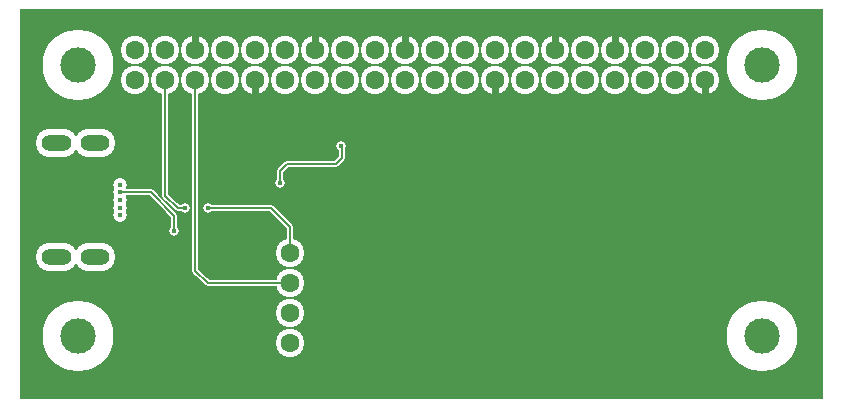
<source format=gbr>
%FSLAX34Y34*%
%MOMM*%
%LNSILK_TOP*%
G71*
G01*
%ADD10C, 6.00*%
%ADD11C, 2.40*%
%ADD12C, 1.20*%
%ADD13C, 0.80*%
%ADD14C, 0.55*%
%ADD15C, 0.53*%
%ADD16C, 3.00*%
%ADD17C, 1.60*%
%ADD18C, 1.40*%
%ADD19C, 0.40*%
%ADD20C, 0.15*%
%LPD*%
G36*
X0Y1000000D02*
X680000Y1000000D01*
X680000Y670000D01*
X0Y670000D01*
X0Y1000000D01*
G37*
%LPC*%
X48816Y953294D02*
G54D10*
D03*
X628253Y723900D02*
G54D10*
D03*
X48816Y723900D02*
G54D10*
D03*
X628253Y953294D02*
G54D10*
D03*
X580231Y965994D02*
G54D11*
D03*
X580230Y940590D02*
G54D11*
D03*
X554831Y965994D02*
G54D11*
D03*
X554831Y940594D02*
G54D11*
D03*
X529431Y965994D02*
G54D11*
D03*
X529431Y940594D02*
G54D11*
D03*
X504030Y965990D02*
G54D11*
D03*
X504031Y940594D02*
G54D11*
D03*
X478631Y965994D02*
G54D11*
D03*
X478631Y940594D02*
G54D11*
D03*
X453230Y965990D02*
G54D11*
D03*
X453231Y940594D02*
G54D11*
D03*
X427831Y965994D02*
G54D11*
D03*
X427831Y940594D02*
G54D11*
D03*
X402431Y965994D02*
G54D11*
D03*
X402430Y940590D02*
G54D11*
D03*
X377031Y965994D02*
G54D11*
D03*
X377031Y940594D02*
G54D11*
D03*
X351631Y965994D02*
G54D11*
D03*
X351631Y940594D02*
G54D11*
D03*
X326230Y965990D02*
G54D11*
D03*
X326231Y940594D02*
G54D11*
D03*
X300831Y965994D02*
G54D11*
D03*
X300831Y940594D02*
G54D11*
D03*
X275431Y965994D02*
G54D11*
D03*
X275431Y940594D02*
G54D11*
D03*
X250030Y965990D02*
G54D11*
D03*
X250031Y940594D02*
G54D11*
D03*
X224631Y965994D02*
G54D11*
D03*
X224631Y940594D02*
G54D11*
D03*
X199231Y965994D02*
G54D11*
D03*
X199230Y940590D02*
G54D11*
D03*
X173831Y965994D02*
G54D11*
D03*
X173831Y940594D02*
G54D11*
D03*
X148430Y965990D02*
G54D11*
D03*
X123031Y965994D02*
G54D11*
D03*
X97631Y965994D02*
G54D11*
D03*
X148431Y940594D02*
G54D11*
D03*
X123031Y940594D02*
G54D11*
D03*
X97631Y940594D02*
G54D11*
D03*
X35926Y886972D02*
G54D11*
D03*
X35529Y886972D02*
G54D11*
D03*
X35132Y886972D02*
G54D11*
D03*
X34735Y886972D02*
G54D11*
D03*
X34338Y886972D02*
G54D11*
D03*
X33941Y886972D02*
G54D11*
D03*
X33544Y886972D02*
G54D11*
D03*
X33147Y886972D02*
G54D11*
D03*
X32750Y886972D02*
G54D11*
D03*
X32354Y886972D02*
G54D11*
D03*
X31957Y886972D02*
G54D11*
D03*
X31560Y886972D02*
G54D11*
D03*
X31163Y886972D02*
G54D11*
D03*
X30766Y886972D02*
G54D11*
D03*
X30369Y886972D02*
G54D11*
D03*
X29972Y886972D02*
G54D11*
D03*
X29972Y886972D02*
G54D11*
D03*
X29576Y886972D02*
G54D11*
D03*
X29179Y886972D02*
G54D11*
D03*
X28782Y886972D02*
G54D11*
D03*
X28385Y886972D02*
G54D11*
D03*
X27988Y886972D02*
G54D11*
D03*
X27591Y886972D02*
G54D11*
D03*
X27194Y886972D02*
G54D11*
D03*
X26797Y886972D02*
G54D11*
D03*
X26400Y886972D02*
G54D11*
D03*
X26004Y886972D02*
G54D11*
D03*
X25607Y886972D02*
G54D11*
D03*
X25210Y886972D02*
G54D11*
D03*
X68866Y790134D02*
G54D11*
D03*
X68469Y790134D02*
G54D11*
D03*
X68072Y790134D02*
G54D11*
D03*
X67676Y790134D02*
G54D11*
D03*
X67279Y790134D02*
G54D11*
D03*
X66882Y790134D02*
G54D11*
D03*
X66485Y790134D02*
G54D11*
D03*
X66088Y790134D02*
G54D11*
D03*
X65691Y790134D02*
G54D11*
D03*
X65294Y790134D02*
G54D11*
D03*
X64897Y790134D02*
G54D11*
D03*
X64500Y790134D02*
G54D11*
D03*
X64104Y790134D02*
G54D11*
D03*
X63707Y790134D02*
G54D11*
D03*
X63310Y790134D02*
G54D11*
D03*
X62913Y790134D02*
G54D11*
D03*
X62913Y790134D02*
G54D11*
D03*
X62516Y790134D02*
G54D11*
D03*
X62119Y790134D02*
G54D11*
D03*
X61722Y790134D02*
G54D11*
D03*
X61326Y790134D02*
G54D11*
D03*
X60929Y790134D02*
G54D11*
D03*
X60532Y790134D02*
G54D11*
D03*
X60135Y790134D02*
G54D11*
D03*
X59738Y790134D02*
G54D11*
D03*
X59341Y790134D02*
G54D11*
D03*
X58944Y790134D02*
G54D11*
D03*
X58547Y790134D02*
G54D11*
D03*
X58150Y790134D02*
G54D11*
D03*
X68866Y886972D02*
G54D11*
D03*
X68469Y886972D02*
G54D11*
D03*
X68072Y886972D02*
G54D11*
D03*
X67676Y886972D02*
G54D11*
D03*
X67279Y886972D02*
G54D11*
D03*
X66882Y886972D02*
G54D11*
D03*
X66485Y886972D02*
G54D11*
D03*
X66088Y886972D02*
G54D11*
D03*
X65691Y886972D02*
G54D11*
D03*
X65294Y886972D02*
G54D11*
D03*
X64897Y886972D02*
G54D11*
D03*
X64500Y886972D02*
G54D11*
D03*
X64104Y886972D02*
G54D11*
D03*
X63707Y886972D02*
G54D11*
D03*
X63310Y886972D02*
G54D11*
D03*
X62913Y886972D02*
G54D11*
D03*
X62913Y886972D02*
G54D11*
D03*
X62516Y886972D02*
G54D11*
D03*
X62119Y886972D02*
G54D11*
D03*
X61722Y886972D02*
G54D11*
D03*
X61326Y886972D02*
G54D11*
D03*
X60929Y886972D02*
G54D11*
D03*
X60532Y886972D02*
G54D11*
D03*
X60135Y886972D02*
G54D11*
D03*
X59738Y886972D02*
G54D11*
D03*
X59341Y886972D02*
G54D11*
D03*
X58944Y886972D02*
G54D11*
D03*
X58547Y886972D02*
G54D11*
D03*
X58150Y886972D02*
G54D11*
D03*
X35926Y790134D02*
G54D11*
D03*
X35529Y790134D02*
G54D11*
D03*
X35132Y790134D02*
G54D11*
D03*
X34735Y790134D02*
G54D11*
D03*
X34338Y790134D02*
G54D11*
D03*
X33941Y790134D02*
G54D11*
D03*
X33544Y790134D02*
G54D11*
D03*
X33147Y790134D02*
G54D11*
D03*
X32750Y790134D02*
G54D11*
D03*
X32354Y790134D02*
G54D11*
D03*
X31957Y790134D02*
G54D11*
D03*
X31560Y790134D02*
G54D11*
D03*
X31163Y790134D02*
G54D11*
D03*
X30766Y790134D02*
G54D11*
D03*
X30369Y790134D02*
G54D11*
D03*
X29972Y790134D02*
G54D11*
D03*
X29972Y790134D02*
G54D11*
D03*
X29576Y790134D02*
G54D11*
D03*
X29179Y790134D02*
G54D11*
D03*
X28782Y790134D02*
G54D11*
D03*
X28385Y790134D02*
G54D11*
D03*
X27988Y790134D02*
G54D11*
D03*
X27591Y790134D02*
G54D11*
D03*
X27194Y790134D02*
G54D11*
D03*
X26797Y790134D02*
G54D11*
D03*
X26400Y790134D02*
G54D11*
D03*
X26004Y790134D02*
G54D11*
D03*
X25607Y790134D02*
G54D11*
D03*
X25210Y790134D02*
G54D11*
D03*
X84733Y845145D02*
G54D12*
D03*
X84733Y838597D02*
G54D12*
D03*
X271859Y884833D02*
G54D13*
D03*
X219869Y852884D02*
G54D13*
D03*
X84733Y851694D02*
G54D12*
D03*
X84733Y832247D02*
G54D12*
D03*
X84733Y825698D02*
G54D12*
D03*
G54D14*
X219869Y852884D02*
X219869Y863203D01*
X226219Y869553D01*
X267494Y869553D01*
X272256Y874316D01*
X272256Y884436D01*
X271859Y884833D01*
X139700Y831850D02*
G54D13*
D03*
X158750Y831850D02*
G54D13*
D03*
G54D14*
X148431Y940594D02*
X148431Y778669D01*
X158750Y768350D01*
X228600Y768350D01*
X228600Y793750D02*
G54D11*
D03*
X228600Y768350D02*
G54D11*
D03*
X228600Y742950D02*
G54D11*
D03*
X228600Y717550D02*
G54D11*
D03*
G54D14*
X123031Y940594D02*
X123031Y842169D01*
X133350Y831850D01*
X139700Y831850D01*
G54D14*
X158750Y831850D02*
X212725Y831850D01*
X228600Y815975D01*
X228600Y793750D01*
X130200Y812775D02*
G54D13*
D03*
G54D14*
X84733Y845145D02*
X110530Y845145D01*
X130175Y825500D01*
X130175Y812800D01*
X130200Y812775D01*
%LPD*%
G54D15*
G36*
X582897Y940590D02*
X582897Y928090D01*
X577563Y928090D01*
X577563Y940590D01*
X582897Y940590D01*
G37*
G54D15*
G36*
X501363Y965990D02*
X501363Y978490D01*
X506697Y978490D01*
X506697Y965990D01*
X501363Y965990D01*
G37*
G54D15*
G36*
X450563Y965990D02*
X450563Y978490D01*
X455897Y978490D01*
X455897Y965990D01*
X450563Y965990D01*
G37*
G54D15*
G36*
X405097Y940590D02*
X405097Y928090D01*
X399763Y928090D01*
X399763Y940590D01*
X405097Y940590D01*
G37*
G54D15*
G36*
X323563Y965990D02*
X323563Y978490D01*
X328897Y978490D01*
X328897Y965990D01*
X323563Y965990D01*
G37*
G54D15*
G36*
X247363Y965990D02*
X247363Y978490D01*
X252697Y978490D01*
X252697Y965990D01*
X247363Y965990D01*
G37*
G54D15*
G36*
X201897Y940590D02*
X201897Y928090D01*
X196563Y928090D01*
X196563Y940590D01*
X201897Y940590D01*
G37*
G54D15*
G36*
X145763Y965990D02*
X145763Y978490D01*
X151097Y978490D01*
X151097Y965990D01*
X145763Y965990D01*
G37*
X48816Y953294D02*
G54D16*
D03*
X628253Y723900D02*
G54D16*
D03*
X48816Y723900D02*
G54D16*
D03*
X628253Y953294D02*
G54D16*
D03*
X580231Y965994D02*
G54D17*
D03*
X580230Y940590D02*
G54D17*
D03*
X554831Y965994D02*
G54D17*
D03*
X554831Y940594D02*
G54D17*
D03*
X529431Y965994D02*
G54D17*
D03*
X529431Y940594D02*
G54D17*
D03*
X504030Y965990D02*
G54D17*
D03*
X504031Y940594D02*
G54D17*
D03*
X478631Y965994D02*
G54D17*
D03*
X478631Y940594D02*
G54D17*
D03*
X453230Y965990D02*
G54D17*
D03*
X453231Y940594D02*
G54D17*
D03*
X427831Y965994D02*
G54D17*
D03*
X427831Y940594D02*
G54D17*
D03*
X402431Y965994D02*
G54D17*
D03*
X402430Y940590D02*
G54D17*
D03*
X377031Y965994D02*
G54D17*
D03*
X377031Y940594D02*
G54D17*
D03*
X351631Y965994D02*
G54D17*
D03*
X351631Y940594D02*
G54D17*
D03*
X326230Y965990D02*
G54D17*
D03*
X326231Y940594D02*
G54D17*
D03*
X300831Y965994D02*
G54D17*
D03*
X300831Y940594D02*
G54D17*
D03*
X275431Y965994D02*
G54D17*
D03*
X275431Y940594D02*
G54D17*
D03*
X250030Y965990D02*
G54D17*
D03*
X250031Y940594D02*
G54D17*
D03*
X224631Y965994D02*
G54D17*
D03*
X224631Y940594D02*
G54D17*
D03*
X199231Y965994D02*
G54D17*
D03*
X199230Y940590D02*
G54D17*
D03*
X173831Y965994D02*
G54D17*
D03*
X173831Y940594D02*
G54D17*
D03*
X148430Y965990D02*
G54D17*
D03*
X123031Y965994D02*
G54D17*
D03*
X97631Y965994D02*
G54D17*
D03*
X148431Y940594D02*
G54D17*
D03*
X123031Y940594D02*
G54D17*
D03*
X97631Y940594D02*
G54D17*
D03*
X35926Y886972D02*
G54D18*
D03*
X35529Y886972D02*
G54D18*
D03*
X35132Y886972D02*
G54D18*
D03*
X34735Y886972D02*
G54D18*
D03*
X34338Y886972D02*
G54D18*
D03*
X33941Y886972D02*
G54D18*
D03*
X33544Y886972D02*
G54D18*
D03*
X33147Y886972D02*
G54D18*
D03*
X32750Y886972D02*
G54D18*
D03*
X32354Y886972D02*
G54D18*
D03*
X31957Y886972D02*
G54D18*
D03*
X31560Y886972D02*
G54D18*
D03*
X31163Y886972D02*
G54D18*
D03*
X30766Y886972D02*
G54D18*
D03*
X30369Y886972D02*
G54D18*
D03*
X29972Y886972D02*
G54D18*
D03*
X29972Y886972D02*
G54D18*
D03*
X29576Y886972D02*
G54D18*
D03*
X29179Y886972D02*
G54D18*
D03*
X28782Y886972D02*
G54D18*
D03*
X28385Y886972D02*
G54D18*
D03*
X27988Y886972D02*
G54D18*
D03*
X27591Y886972D02*
G54D18*
D03*
X27194Y886972D02*
G54D18*
D03*
X26797Y886972D02*
G54D18*
D03*
X26400Y886972D02*
G54D18*
D03*
X26004Y886972D02*
G54D18*
D03*
X25607Y886972D02*
G54D18*
D03*
X25210Y886972D02*
G54D18*
D03*
X68866Y790134D02*
G54D18*
D03*
X68469Y790134D02*
G54D18*
D03*
X68072Y790134D02*
G54D18*
D03*
X67676Y790134D02*
G54D18*
D03*
X67279Y790134D02*
G54D18*
D03*
X66882Y790134D02*
G54D18*
D03*
X66485Y790134D02*
G54D18*
D03*
X66088Y790134D02*
G54D18*
D03*
X65691Y790134D02*
G54D18*
D03*
X65294Y790134D02*
G54D18*
D03*
X64897Y790134D02*
G54D18*
D03*
X64500Y790134D02*
G54D18*
D03*
X64104Y790134D02*
G54D18*
D03*
X63707Y790134D02*
G54D18*
D03*
X63310Y790134D02*
G54D18*
D03*
X62913Y790134D02*
G54D18*
D03*
X62913Y790134D02*
G54D18*
D03*
X62516Y790134D02*
G54D18*
D03*
X62119Y790134D02*
G54D18*
D03*
X61722Y790134D02*
G54D18*
D03*
X61326Y790134D02*
G54D18*
D03*
X60929Y790134D02*
G54D18*
D03*
X60532Y790134D02*
G54D18*
D03*
X60135Y790134D02*
G54D18*
D03*
X59738Y790134D02*
G54D18*
D03*
X59341Y790134D02*
G54D18*
D03*
X58944Y790134D02*
G54D18*
D03*
X58547Y790134D02*
G54D18*
D03*
X58150Y790134D02*
G54D18*
D03*
X68866Y886972D02*
G54D18*
D03*
X68469Y886972D02*
G54D18*
D03*
X68072Y886972D02*
G54D18*
D03*
X67676Y886972D02*
G54D18*
D03*
X67279Y886972D02*
G54D18*
D03*
X66882Y886972D02*
G54D18*
D03*
X66485Y886972D02*
G54D18*
D03*
X66088Y886972D02*
G54D18*
D03*
X65691Y886972D02*
G54D18*
D03*
X65294Y886972D02*
G54D18*
D03*
X64897Y886972D02*
G54D18*
D03*
X64500Y886972D02*
G54D18*
D03*
X64104Y886972D02*
G54D18*
D03*
X63707Y886972D02*
G54D18*
D03*
X63310Y886972D02*
G54D18*
D03*
X62913Y886972D02*
G54D18*
D03*
X62913Y886972D02*
G54D18*
D03*
X62516Y886972D02*
G54D18*
D03*
X62119Y886972D02*
G54D18*
D03*
X61722Y886972D02*
G54D18*
D03*
X61326Y886972D02*
G54D18*
D03*
X60929Y886972D02*
G54D18*
D03*
X60532Y886972D02*
G54D18*
D03*
X60135Y886972D02*
G54D18*
D03*
X59738Y886972D02*
G54D18*
D03*
X59341Y886972D02*
G54D18*
D03*
X58944Y886972D02*
G54D18*
D03*
X58547Y886972D02*
G54D18*
D03*
X58150Y886972D02*
G54D18*
D03*
X35926Y790134D02*
G54D18*
D03*
X35529Y790134D02*
G54D18*
D03*
X35132Y790134D02*
G54D18*
D03*
X34735Y790134D02*
G54D18*
D03*
X34338Y790134D02*
G54D18*
D03*
X33941Y790134D02*
G54D18*
D03*
X33544Y790134D02*
G54D18*
D03*
X33147Y790134D02*
G54D18*
D03*
X32750Y790134D02*
G54D18*
D03*
X32354Y790134D02*
G54D18*
D03*
X31957Y790134D02*
G54D18*
D03*
X31560Y790134D02*
G54D18*
D03*
X31163Y790134D02*
G54D18*
D03*
X30766Y790134D02*
G54D18*
D03*
X30369Y790134D02*
G54D18*
D03*
X29972Y790134D02*
G54D18*
D03*
X29972Y790134D02*
G54D18*
D03*
X29576Y790134D02*
G54D18*
D03*
X29179Y790134D02*
G54D18*
D03*
X28782Y790134D02*
G54D18*
D03*
X28385Y790134D02*
G54D18*
D03*
X27988Y790134D02*
G54D18*
D03*
X27591Y790134D02*
G54D18*
D03*
X27194Y790134D02*
G54D18*
D03*
X26797Y790134D02*
G54D18*
D03*
X26400Y790134D02*
G54D18*
D03*
X26004Y790134D02*
G54D18*
D03*
X25607Y790134D02*
G54D18*
D03*
X25210Y790134D02*
G54D18*
D03*
X84733Y845145D02*
G54D19*
D03*
X84733Y838597D02*
G54D19*
D03*
X271859Y884833D02*
G54D19*
D03*
X219869Y852884D02*
G54D19*
D03*
X84733Y851694D02*
G54D19*
D03*
X84733Y832247D02*
G54D19*
D03*
X84733Y825698D02*
G54D19*
D03*
G54D20*
X219869Y852884D02*
X219869Y863203D01*
X226219Y869553D01*
X267494Y869553D01*
X272256Y874316D01*
X272256Y884436D01*
X271859Y884833D01*
X139700Y831850D02*
G54D19*
D03*
X158750Y831850D02*
G54D19*
D03*
G54D20*
X148431Y940594D02*
X148431Y778669D01*
X158750Y768350D01*
X228600Y768350D01*
X228600Y793750D02*
G54D17*
D03*
X228600Y768350D02*
G54D17*
D03*
X228600Y742950D02*
G54D17*
D03*
X228600Y717550D02*
G54D17*
D03*
G54D20*
X123031Y940594D02*
X123031Y842169D01*
X133350Y831850D01*
X139700Y831850D01*
G54D20*
X158750Y831850D02*
X212725Y831850D01*
X228600Y815975D01*
X228600Y793750D01*
X130200Y812775D02*
G54D19*
D03*
G54D20*
X84733Y845145D02*
X110530Y845145D01*
X130175Y825500D01*
X130175Y812800D01*
X130200Y812775D01*
M02*

</source>
